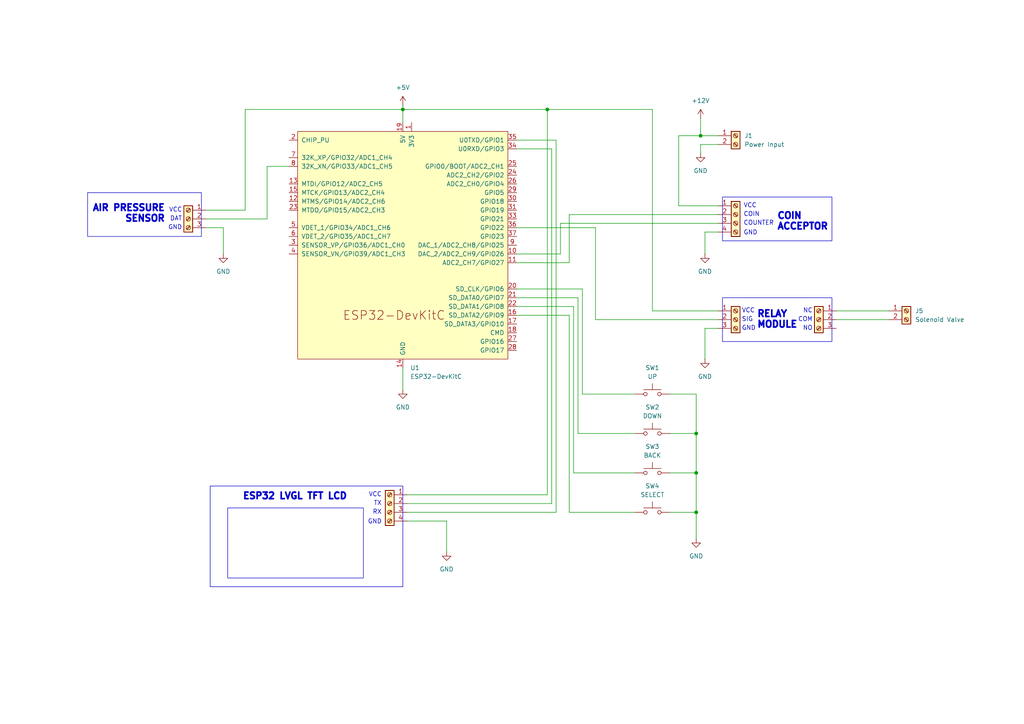
<source format=kicad_sch>
(kicad_sch (version 20250114) (generator "eeschema") (generator_version "9.0")
  (paper "A4")
  (lib_symbols
    (symbol "Connector:Screw_Terminal_01x02" (pin_names (offset 1.016) (hide yes))
      (property "Reference" "J" (at 0 2.54 0))
      (property "Value" "Screw_Terminal_01x02" (at 0 -5.08 0))
      (symbol "Screw_Terminal_01x02_1_1"
        (rectangle (start -1.27 1.27) (end 1.27 -3.81) (stroke (width 0.254)) (fill (type background)))
        (polyline (pts (xy -0.5334 0.3302) (xy 0.3302 -0.508)) (stroke (width 0.1524)))
        (polyline (pts (xy -0.5334 -2.2098) (xy 0.3302 -3.048)) (stroke (width 0.1524)))
        (polyline (pts (xy -0.3556 0.508) (xy 0.508 -0.3302)) (stroke (width 0.1524)))
        (polyline (pts (xy -0.3556 -2.032) (xy 0.508 -2.8702)) (stroke (width 0.1524)))
        (circle (center 0 0) (radius 0.635) (stroke (width 0.1524)))
        (circle (center 0 -2.54) (radius 0.635) (stroke (width 0.1524)))
        (pin passive line (at -5.08 0 0) (length 3.81) (name "Pin_1") (number "1"))
        (pin passive line (at -5.08 -2.54 0) (length 3.81) (name "Pin_2") (number "2"))
      )
    )
    (symbol "Connector:Screw_Terminal_01x03" (pin_names (offset 1.016) (hide yes))
      (property "Reference" "J" (at 0 5.08 0))
      (property "Value" "Screw_Terminal_01x03" (at 0 -5.08 0))
      (symbol "Screw_Terminal_01x03_1_1"
        (rectangle (start -1.27 3.81) (end 1.27 -3.81) (stroke (width 0.254)) (fill (type background)))
        (polyline (pts (xy -0.5334 2.8702) (xy 0.3302 2.032)) (stroke (width 0.1524)))
        (polyline (pts (xy -0.5334 0.3302) (xy 0.3302 -0.508)) (stroke (width 0.1524)))
        (polyline (pts (xy -0.5334 -2.2098) (xy 0.3302 -3.048)) (stroke (width 0.1524)))
        (polyline (pts (xy -0.3556 3.048) (xy 0.508 2.2098)) (stroke (width 0.1524)))
        (polyline (pts (xy -0.3556 0.508) (xy 0.508 -0.3302)) (stroke (width 0.1524)))
        (polyline (pts (xy -0.3556 -2.032) (xy 0.508 -2.8702)) (stroke (width 0.1524)))
        (circle (center 0 2.54) (radius 0.635) (stroke (width 0.1524)))
        (circle (center 0 0) (radius 0.635) (stroke (width 0.1524)))
        (circle (center 0 -2.54) (radius 0.635) (stroke (width 0.1524)))
        (pin passive line (at -5.08 2.54 0) (length 3.81) (name "Pin_1") (number "1"))
        (pin passive line (at -5.08 0 0) (length 3.81) (name "Pin_2") (number "2"))
        (pin passive line (at -5.08 -2.54 0) (length 3.81) (name "Pin_3") (number "3"))
      )
    )
    (symbol "Connector:Screw_Terminal_01x04" (pin_names (offset 1.016) (hide yes))
      (property "Reference" "J" (at 0 5.08 0))
      (property "Value" "Screw_Terminal_01x04" (at 0 -7.62 0))
      (symbol "Screw_Terminal_01x04_1_1"
        (rectangle (start -1.27 3.81) (end 1.27 -6.35) (stroke (width 0.254)) (fill (type background)))
        (polyline (pts (xy -0.5334 2.8702) (xy 0.3302 2.032)) (stroke (width 0.1524)))
        (polyline (pts (xy -0.5334 0.3302) (xy 0.3302 -0.508)) (stroke (width 0.1524)))
        (polyline (pts (xy -0.5334 -2.2098) (xy 0.3302 -3.048)) (stroke (width 0.1524)))
        (polyline (pts (xy -0.5334 -4.7498) (xy 0.3302 -5.588)) (stroke (width 0.1524)))
        (polyline (pts (xy -0.3556 3.048) (xy 0.508 2.2098)) (stroke (width 0.1524)))
        (polyline (pts (xy -0.3556 0.508) (xy 0.508 -0.3302)) (stroke (width 0.1524)))
        (polyline (pts (xy -0.3556 -2.032) (xy 0.508 -2.8702)) (stroke (width 0.1524)))
        (polyline (pts (xy -0.3556 -4.572) (xy 0.508 -5.4102)) (stroke (width 0.1524)))
        (circle (center 0 2.54) (radius 0.635) (stroke (width 0.1524)))
        (circle (center 0 0) (radius 0.635) (stroke (width 0.1524)))
        (circle (center 0 -2.54) (radius 0.635) (stroke (width 0.1524)))
        (circle (center 0 -5.08) (radius 0.635) (stroke (width 0.1524)))
        (pin passive line (at -5.08 2.54 0) (length 3.81) (name "Pin_1") (number "1"))
        (pin passive line (at -5.08 0 0) (length 3.81) (name "Pin_2") (number "2"))
        (pin passive line (at -5.08 -2.54 0) (length 3.81) (name "Pin_3") (number "3"))
        (pin passive line (at -5.08 -5.08 0) (length 3.81) (name "Pin_4") (number "4"))
      )
    )
    (symbol "ESP32:ESP32-DevKitC" (pin_names (offset 1.016))
      (property "Reference" "U" (at -30.48 38.1 0))
      (property "Value" "ESP32-DevKitC" (at -30.48 35.56 0))
      (symbol "ESP32-DevKitC_0_0"
        (text "ESP32-DevKitC" (at -2.54 -20.32 0) (effects (font (size 2.54 2.54))))
        (pin power_in line (at 0 35.56 270) (length 2.54) (name "5V") (number "19"))
        (pin power_in line (at 0 -35.56 90) (length 2.54) (name "GND") (number "14"))
      )
      (symbol "ESP32-DevKitC_0_1"
        (rectangle (start -30.48 33.02) (end 30.48 -33.02) (fill (type background)))
      )
      (symbol "ESP32-DevKitC_1_1"
        (pin input line (at -33.02 30.48 0) (length 2.54) (name "CHIP_PU") (number "2"))
        (pin bidirectional line (at -33.02 25.4 0) (length 2.54) (name "32K_XP/GPIO32/ADC1_CH4") (number "7"))
        (pin bidirectional line (at -33.02 22.86 0) (length 2.54) (name "32K_XN/GPIO33/ADC1_CH5") (number "8"))
        (pin bidirectional line (at -33.02 17.78 0) (length 2.54) (name "MTDI/GPIO12/ADC2_CH5") (number "13"))
        (pin bidirectional line (at -33.02 15.24 0) (length 2.54) (name "MTCK/GPIO13/ADC2_CH4") (number "15"))
        (pin bidirectional line (at -33.02 12.7 0) (length 2.54) (name "MTMS/GPIO14/ADC2_CH6") (number "12"))
        (pin bidirectional line (at -33.02 10.16 0) (length 2.54) (name "MTDO/GPIO15/ADC2_CH3") (number "23"))
        (pin input line (at -33.02 5.08 0) (length 2.54) (name "VDET_1/GPIO34/ADC1_CH6") (number "5"))
        (pin input line (at -33.02 2.54 0) (length 2.54) (name "VDET_2/GPIO35/ADC1_CH7") (number "6"))
        (pin input line (at -33.02 0 0) (length 2.54) (name "SENSOR_VP/GPIO36/ADC1_CH0") (number "3"))
        (pin input line (at -33.02 -2.54 0) (length 2.54) (name "SENSOR_VN/GPIO39/ADC1_CH3") (number "4"))
        (pin passive line (at 0 -35.56 90) (length 2.54) (hide yes) (name "GND") (number "32"))
        (pin passive line (at 0 -35.56 90) (length 2.54) (hide yes) (name "GND") (number "38"))
        (pin power_in line (at 2.54 35.56 270) (length 2.54) (name "3V3") (number "1"))
        (pin bidirectional line (at 33.02 30.48 180) (length 2.54) (name "U0TXD/GPIO1") (number "35"))
        (pin bidirectional line (at 33.02 27.94 180) (length 2.54) (name "U0RXD/GPIO3") (number "34"))
        (pin bidirectional line (at 33.02 22.86 180) (length 2.54) (name "GPIO0/BOOT/ADC2_CH1") (number "25"))
        (pin bidirectional line (at 33.02 20.32 180) (length 2.54) (name "ADC2_CH2/GPIO2") (number "24"))
        (pin bidirectional line (at 33.02 17.78 180) (length 2.54) (name "ADC2_CH0/GPIO4") (number "26"))
        (pin bidirectional line (at 33.02 15.24 180) (length 2.54) (name "GPIO5") (number "29"))
        (pin bidirectional line (at 33.02 12.7 180) (length 2.54) (name "GPIO18") (number "30"))
        (pin bidirectional line (at 33.02 10.16 180) (length 2.54) (name "GPIO19") (number "31"))
        (pin bidirectional line (at 33.02 7.62 180) (length 2.54) (name "GPIO21") (number "33"))
        (pin bidirectional line (at 33.02 5.08 180) (length 2.54) (name "GPIO22") (number "36"))
        (pin bidirectional line (at 33.02 2.54 180) (length 2.54) (name "GPIO23") (number "37"))
        (pin bidirectional line (at 33.02 0 180) (length 2.54) (name "DAC_1/ADC2_CH8/GPIO25") (number "9"))
        (pin bidirectional line (at 33.02 -2.54 180) (length 2.54) (name "DAC_2/ADC2_CH9/GPIO26") (number "10"))
        (pin bidirectional line (at 33.02 -5.08 180) (length 2.54) (name "ADC2_CH7/GPIO27") (number "11"))
        (pin bidirectional line (at 33.02 -12.7 180) (length 2.54) (name "SD_CLK/GPIO6") (number "20"))
        (pin bidirectional line (at 33.02 -15.24 180) (length 2.54) (name "SD_DATA0/GPIO7") (number "21"))
        (pin bidirectional line (at 33.02 -17.78 180) (length 2.54) (name "SD_DATA1/GPIO8") (number "22"))
        (pin bidirectional line (at 33.02 -20.32 180) (length 2.54) (name "SD_DATA2/GPIO9") (number "16"))
        (pin bidirectional line (at 33.02 -22.86 180) (length 2.54) (name "SD_DATA3/GPIO10") (number "17"))
        (pin bidirectional line (at 33.02 -25.4 180) (length 2.54) (name "CMD") (number "18"))
        (pin bidirectional line (at 33.02 -27.94 180) (length 2.54) (name "GPIO16") (number "27"))
        (pin bidirectional line (at 33.02 -30.48 180) (length 2.54) (name "GPIO17") (number "28"))
      )
    )
    (symbol "Switch:SW_Push" (pin_numbers (hide yes)) (pin_names (offset 1.016) (hide yes))
      (property "Reference" "SW" (at 1.27 2.54 0))
      (property "Value" "SW_Push" (at 0 -1.524 0))
      (symbol "SW_Push_0_1"
        (circle (center -2.032 0) (radius 0.508))
        (polyline (pts (xy 0 1.27) (xy 0 3.048)))
        (circle (center 2.032 0) (radius 0.508))
        (polyline (pts (xy 2.54 1.27) (xy -2.54 1.27)))
        (pin passive line (at -5.08 0 0) (length 2.54) (name "1") (number "1"))
        (pin passive line (at 5.08 0 180) (length 2.54) (name "2") (number "2"))
      )
    )
    (symbol "power:+12V" (power) (pin_numbers (hide yes)) (pin_names (offset 0) (hide yes))
      (property "Value" "+12V" (at 0 3.556 0))
      (symbol "+12V_0_1"
        (polyline (pts (xy -0.762 1.27) (xy 0 2.54)))
        (polyline (pts (xy 0 2.54) (xy 0.762 1.27)))
        (polyline (pts (xy 0 0) (xy 0 2.54)))
      )
      (symbol "+12V_1_1"
        (pin power_in line (at 0 0 90) (length 0) (name "~") (number "1"))
      )
    )
    (symbol "power:+5V" (power) (pin_numbers (hide yes)) (pin_names (offset 0) (hide yes))
      (property "Value" "+5V" (at 0 3.556 0))
      (symbol "+5V_0_1"
        (polyline (pts (xy -0.762 1.27) (xy 0 2.54)))
        (polyline (pts (xy 0 2.54) (xy 0.762 1.27)))
        (polyline (pts (xy 0 0) (xy 0 2.54)))
      )
      (symbol "+5V_1_1"
        (pin power_in line (at 0 0 90) (length 0) (name "~") (number "1"))
      )
    )
    (symbol "power:GND" (power) (pin_numbers (hide yes)) (pin_names (offset 0) (hide yes))
      (property "Value" "GND" (at 0 -3.81 0))
      (symbol "GND_0_1"
        (polyline (pts (xy 0 0) (xy 0 -1.27) (xy 1.27 -1.27) (xy 0 -2.54) (xy -1.27 -1.27) (xy 0 -1.27)))
      )
      (symbol "GND_1_1"
        (pin power_in line (at 0 0 270) (length 0) (name "~") (number "1"))
      )
    )
  )
  (rectangle (start 209.55 86.36) (end 241.3 99.06))
  (rectangle (start 209.55 57.15) (end 241.3 69.85))
  (rectangle (start 66.04 147.32) (end 105.41 167.64))
  (rectangle (start 60.96 140.97) (end 116.84 170.18))
  (rectangle (start 25.4 55.88) (end 58.42 68.58))
  (text "RX" (at 110.744 148.59 0) (effects (font (size 1.27 1.27)) (justify right)))
  (text "ESP32 LVGL TFT LCD" (at 100.838 144.018 0) (effects (font (size 1.905 1.905) (thickness 0.508) (bold yes)) (justify right)))
  (text "COUNTER" (at 215.646 64.77 0) (effects (font (size 1.27 1.27)) (justify left)))
  (text "VCC" (at 110.744 143.51 0) (effects (font (size 1.27 1.27)) (justify right)))
  (text "GND" (at 52.832 66.04 0) (effects (font (size 1.27 1.27)) (justify right)))
  (text "NC" (at 235.712 90.17 0) (effects (font (size 1.27 1.27)) (justify right)))
  (text "VCC" (at 215.138 90.17 0) (effects (font (size 1.27 1.27)) (justify left)))
  (text "TX" (at 110.744 146.05 0) (effects (font (size 1.27 1.27)) (justify right)))
  (text "COM" (at 235.712 92.71 0) (effects (font (size 1.27 1.27)) (justify right)))
  (text "VCC" (at 215.646 59.69 0) (effects (font (size 1.27 1.27)) (justify left)))
  (text "NO" (at 235.712 95.25 0) (effects (font (size 1.27 1.27)) (justify right)))
  (text "DAT" (at 52.832 63.5 0) (effects (font (size 1.27 1.27)) (justify right)))
  (text "GND" (at 215.138 95.25 0) (effects (font (size 1.27 1.27)) (justify left)))
  (text "RELAY\nMODULE" (at 219.456 92.71 0) (effects (font (size 1.905 1.905) (thickness 0.508) (bold yes)) (justify left)))
  (text "AIR PRESSURE\nSENSOR" (at 48.006 61.976 0) (effects (font (size 1.905 1.905) (thickness 0.508) (bold yes)) (justify right)))
  (text "COIN" (at 215.646 62.23 0) (effects (font (size 1.27 1.27)) (justify left)))
  (text "SIG" (at 215.138 92.71 0) (effects (font (size 1.27 1.27)) (justify left)))
  (text "GND" (at 110.744 151.384 0) (effects (font (size 1.27 1.27)) (justify right)))
  (text "GND" (at 215.646 67.564 0) (effects (font (size 1.27 1.27)) (justify left)))
  (text "COIN\nACCEPTOR" (at 225.298 64.262 0) (effects (font (size 1.905 1.905) (thickness 0.508) (bold yes)) (justify left)))
  (text "VCC" (at 52.832 60.96 0) (effects (font (size 1.27 1.27)) (justify right)))
  (junction (at 158.75 31.75))
  (junction (at 201.93 148.59))
  (junction (at 201.93 137.16))
  (junction (at 116.84 31.75))
  (junction (at 201.93 125.73))
  (junction (at 203.2 39.37))
  (wire (pts (xy 161.29 148.59) (xy 118.11 148.59)))
  (wire (pts (xy 161.29 40.64) (xy 161.29 148.59)))
  (wire (pts (xy 194.31 137.16) (xy 201.93 137.16)))
  (wire (pts (xy 242.57 92.71) (xy 257.81 92.71)))
  (wire (pts (xy 189.23 90.17) (xy 189.23 31.75)))
  (wire (pts (xy 204.47 95.25) (xy 204.47 104.14)))
  (wire (pts (xy 158.75 143.51) (xy 158.75 31.75)))
  (wire (pts (xy 167.64 86.36) (xy 167.64 125.73)))
  (wire (pts (xy 203.2 41.91) (xy 203.2 44.45)))
  (wire (pts (xy 165.1 148.59) (xy 184.15 148.59)))
  (wire (pts (xy 71.12 31.75) (xy 116.84 31.75)))
  (wire (pts (xy 118.11 143.51) (xy 158.75 143.51)))
  (wire (pts (xy 118.11 151.13) (xy 129.54 151.13)))
  (wire (pts (xy 172.72 92.71) (xy 172.72 66.04)))
  (wire (pts (xy 184.15 114.3) (xy 168.91 114.3)))
  (wire (pts (xy 208.28 39.37) (xy 203.2 39.37)))
  (wire (pts (xy 129.54 151.13) (xy 129.54 160.02)))
  (wire (pts (xy 201.93 137.16) (xy 201.93 148.59)))
  (wire (pts (xy 208.28 95.25) (xy 204.47 95.25)))
  (wire (pts (xy 59.69 66.04) (xy 64.77 66.04)))
  (wire (pts (xy 242.57 90.17) (xy 257.81 90.17)))
  (wire (pts (xy 208.28 59.69) (xy 196.85 59.69)))
  (wire (pts (xy 201.93 125.73) (xy 201.93 137.16)))
  (wire (pts (xy 184.15 137.16) (xy 166.37 137.16)))
  (wire (pts (xy 162.56 64.77) (xy 162.56 73.66)))
  (wire (pts (xy 116.84 106.68) (xy 116.84 113.03)))
  (wire (pts (xy 208.28 92.71) (xy 172.72 92.71)))
  (wire (pts (xy 168.91 114.3) (xy 168.91 83.82)))
  (wire (pts (xy 77.47 63.5) (xy 77.47 48.26)))
  (wire (pts (xy 162.56 73.66) (xy 149.86 73.66)))
  (wire (pts (xy 166.37 88.9) (xy 149.86 88.9)))
  (wire (pts (xy 160.02 43.18) (xy 149.86 43.18)))
  (wire (pts (xy 165.1 91.44) (xy 165.1 148.59)))
  (wire (pts (xy 208.28 62.23) (xy 165.1 62.23)))
  (wire (pts (xy 149.86 86.36) (xy 167.64 86.36)))
  (wire (pts (xy 165.1 76.2) (xy 149.86 76.2)))
  (wire (pts (xy 208.28 67.31) (xy 204.47 67.31)))
  (wire (pts (xy 194.31 114.3) (xy 201.93 114.3)))
  (wire (pts (xy 166.37 137.16) (xy 166.37 88.9)))
  (wire (pts (xy 208.28 64.77) (xy 162.56 64.77)))
  (wire (pts (xy 160.02 146.05) (xy 160.02 43.18)))
  (wire (pts (xy 168.91 83.82) (xy 149.86 83.82)))
  (wire (pts (xy 149.86 40.64) (xy 161.29 40.64)))
  (wire (pts (xy 158.75 31.75) (xy 116.84 31.75)))
  (wire (pts (xy 149.86 91.44) (xy 165.1 91.44)))
  (wire (pts (xy 194.31 148.59) (xy 201.93 148.59)))
  (wire (pts (xy 196.85 39.37) (xy 203.2 39.37)))
  (wire (pts (xy 118.11 146.05) (xy 160.02 146.05)))
  (wire (pts (xy 203.2 39.37) (xy 203.2 34.29)))
  (wire (pts (xy 204.47 67.31) (xy 204.47 73.66)))
  (wire (pts (xy 116.84 31.75) (xy 116.84 35.56)))
  (wire (pts (xy 196.85 59.69) (xy 196.85 39.37)))
  (wire (pts (xy 116.84 30.48) (xy 116.84 31.75)))
  (wire (pts (xy 59.69 63.5) (xy 77.47 63.5)))
  (wire (pts (xy 189.23 31.75) (xy 158.75 31.75)))
  (wire (pts (xy 59.69 60.96) (xy 71.12 60.96)))
  (wire (pts (xy 201.93 114.3) (xy 201.93 125.73)))
  (wire (pts (xy 172.72 66.04) (xy 149.86 66.04)))
  (wire (pts (xy 77.47 48.26) (xy 83.82 48.26)))
  (wire (pts (xy 167.64 125.73) (xy 184.15 125.73)))
  (wire (pts (xy 201.93 148.59) (xy 201.93 156.21)))
  (wire (pts (xy 165.1 62.23) (xy 165.1 76.2)))
  (wire (pts (xy 194.31 125.73) (xy 201.93 125.73)))
  (wire (pts (xy 208.28 41.91) (xy 203.2 41.91)))
  (wire (pts (xy 208.28 90.17) (xy 189.23 90.17)))
  (wire (pts (xy 71.12 60.96) (xy 71.12 31.75)))
  (wire (pts (xy 64.77 66.04) (xy 64.77 73.66)))
  (symbol (lib_id "Connector:Screw_Terminal_01x04") (at 213.36 62.23 0) (unit 1)
    (property "Reference" "J4" (effects (hide yes)))
    (property "Value" "Coin Acceptor" (effects (hide yes)))
    (property "Description" "Generic screw terminal, single row, 01x04, script generated (kicad-library-utils/schlib/autogen/connector/)" (effects (hide yes)))
  )
  (symbol (lib_id "power:GND") (at 203.2 44.45 0) (unit 1)
    (property "Reference" "#PWR03" (effects (hide yes)))
    (property "Value" "GND" (at 203.2 49.53 0))
    (property "Description" "Power symbol creates a global label with name \"GND\" , ground" (effects (hide yes)))
  )
  (symbol (lib_id "power:GND") (at 129.54 160.02 0) (unit 1)
    (property "Reference" "#PWR09" (effects (hide yes)))
    (property "Value" "GND" (at 129.54 165.1 0))
    (property "Description" "Power symbol creates a global label with name \"GND\" , ground" (effects (hide yes)))
  )
  (symbol (lib_id "power:GND") (at 204.47 73.66 0) (unit 1)
    (property "Reference" "#PWR06" (effects (hide yes)))
    (property "Value" "GND" (at 204.47 78.74 0))
    (property "Description" "Power symbol creates a global label with name \"GND\" , ground" (effects (hide yes)))
  )
  (symbol (lib_id "Switch:SW_Push") (at 189.23 137.16 0) (unit 1)
    (property "Reference" "SW3" (at 189.23 129.54 0))
    (property "Value" "BACK" (at 189.23 132.08 0))
    (property "Description" "Push button switch, generic, two pins" (effects (hide yes)))
  )
  (symbol (lib_id "Switch:SW_Push") (at 189.23 148.59 0) (unit 1)
    (property "Reference" "SW4" (at 189.23 140.97 0))
    (property "Value" "SELECT" (at 189.23 143.51 0))
    (property "Description" "Push button switch, generic, two pins" (effects (hide yes)))
  )
  (symbol (lib_id "Connector:Screw_Terminal_01x02") (at 213.36 39.37 0) (unit 1)
    (property "Reference" "J1" (at 215.9 39.3699 0) (effects (justify left)))
    (property "Value" "Power Input" (at 215.9 41.9099 0) (effects (justify left)))
    (property "Description" "Generic screw terminal, single row, 01x02, script generated (kicad-library-utils/schlib/autogen/connector/)" (effects (hide yes)))
  )
  (symbol (lib_id "Connector:Screw_Terminal_01x03") (at 54.61 63.5 0) (mirror y) (unit 1)
    (property "Reference" "J6" (effects (hide yes)))
    (property "Value" "Screw_Terminal_01x03" (effects (hide yes)))
    (property "Description" "Generic screw terminal, single row, 01x03, script generated (kicad-library-utils/schlib/autogen/connector/)" (effects (hide yes)))
  )
  (symbol (lib_id "power:GND") (at 201.93 156.21 0) (unit 1)
    (property "Reference" "#PWR08" (effects (hide yes)))
    (property "Value" "GND" (at 201.93 161.29 0))
    (property "Description" "Power symbol creates a global label with name \"GND\" , ground" (effects (hide yes)))
  )
  (symbol (lib_id "ESP32:ESP32-DevKitC") (at 116.84 71.12 0) (unit 1)
    (property "Reference" "U1" (at 118.9833 106.68 0) (effects (justify left)))
    (property "Value" "ESP32-DevKitC" (at 118.9833 109.22 0) (effects (justify left)))
    (property "Footprint" "PCM_Espressif:ESP32-DevKitC" (effects (hide yes)))
    (property "Datasheet" "https://docs.espressif.com/projects/esp-idf/zh_CN/latest/esp32/hw-reference/esp32/get-started-devkitc.html" (effects (hide yes)))
    (property "Description" "Development Kit" (effects (hide yes)))
  )
  (symbol (lib_id "Connector:Screw_Terminal_01x02") (at 262.89 90.17 0) (unit 1)
    (property "Reference" "J5" (at 265.43 90.1699 0) (effects (justify left)))
    (property "Value" "Solenoid Valve" (at 265.43 92.7099 0) (effects (justify left)))
    (property "Description" "Generic screw terminal, single row, 01x02, script generated (kicad-library-utils/schlib/autogen/connector/)" (effects (hide yes)))
  )
  (symbol (lib_id "power:GND") (at 204.47 104.14 0) (unit 1)
    (property "Reference" "#PWR05" (effects (hide yes)))
    (property "Value" "GND" (at 204.47 109.22 0))
    (property "Description" "Power symbol creates a global label with name \"GND\" , ground" (effects (hide yes)))
  )
  (symbol (lib_id "Connector:Screw_Terminal_01x04") (at 113.03 146.05 0) (mirror y) (unit 1)
    (property "Reference" "J7" (effects (hide yes)))
    (property "Value" "Coin Acceptor" (effects (hide yes)))
    (property "Description" "Generic screw terminal, single row, 01x04, script generated (kicad-library-utils/schlib/autogen/connector/)" (effects (hide yes)))
  )
  (symbol (lib_id "power:GND") (at 64.77 73.66 0) (unit 1)
    (property "Reference" "#PWR07" (effects (hide yes)))
    (property "Value" "GND" (at 64.77 78.74 0))
    (property "Description" "Power symbol creates a global label with name \"GND\" , ground" (effects (hide yes)))
  )
  (symbol (lib_id "Switch:SW_Push") (at 189.23 125.73 0) (unit 1)
    (property "Reference" "SW2" (at 189.23 118.11 0))
    (property "Value" "DOWN" (at 189.23 120.65 0))
    (property "Description" "Push button switch, generic, two pins" (effects (hide yes)))
  )
  (symbol (lib_id "Switch:SW_Push") (at 189.23 114.3 0) (unit 1)
    (property "Reference" "SW1" (at 189.23 106.68 0))
    (property "Value" "UP" (at 189.23 109.22 0))
    (property "Description" "Push button switch, generic, two pins" (effects (hide yes)))
  )
  (symbol (lib_id "power:+5V") (at 116.84 30.48 0) (unit 1)
    (property "Reference" "#PWR02" (effects (hide yes)))
    (property "Value" "+5V" (at 116.84 25.4 0))
    (property "Description" "Power symbol creates a global label with name \"+5V\"" (effects (hide yes)))
  )
  (symbol (lib_id "power:+12V") (at 203.2 34.29 0) (unit 1)
    (property "Reference" "#PWR04" (effects (hide yes)))
    (property "Value" "+12V" (at 203.2 29.21 0))
    (property "Description" "Power symbol creates a global label with name \"+12V\"" (effects (hide yes)))
  )
  (symbol (lib_id "power:GND") (at 116.84 113.03 0) (unit 1)
    (property "Reference" "#PWR01" (effects (hide yes)))
    (property "Value" "GND" (at 116.84 118.11 0))
    (property "Description" "Power symbol creates a global label with name \"GND\" , ground" (effects (hide yes)))
  )
  (symbol (lib_id "Connector:Screw_Terminal_01x03") (at 213.36 92.71 0) (unit 1)
    (property "Reference" "J2" (effects (hide yes)))
    (property "Value" "Screw_Terminal_01x03" (effects (hide yes)))
    (property "Description" "Generic screw terminal, single row, 01x03, script generated (kicad-library-utils/schlib/autogen/connector/)" (effects (hide yes)))
  )
  (symbol (lib_id "Connector:Screw_Terminal_01x03") (at 237.49 92.71 0) (mirror y) (unit 1)
    (property "Reference" "J3" (effects (hide yes)))
    (property "Value" "Screw_Terminal_01x03" (effects (hide yes)))
    (property "Description" "Generic screw terminal, single row, 01x03, script generated (kicad-library-utils/schlib/autogen/connector/)" (effects (hide yes)))
  )
)
</source>
